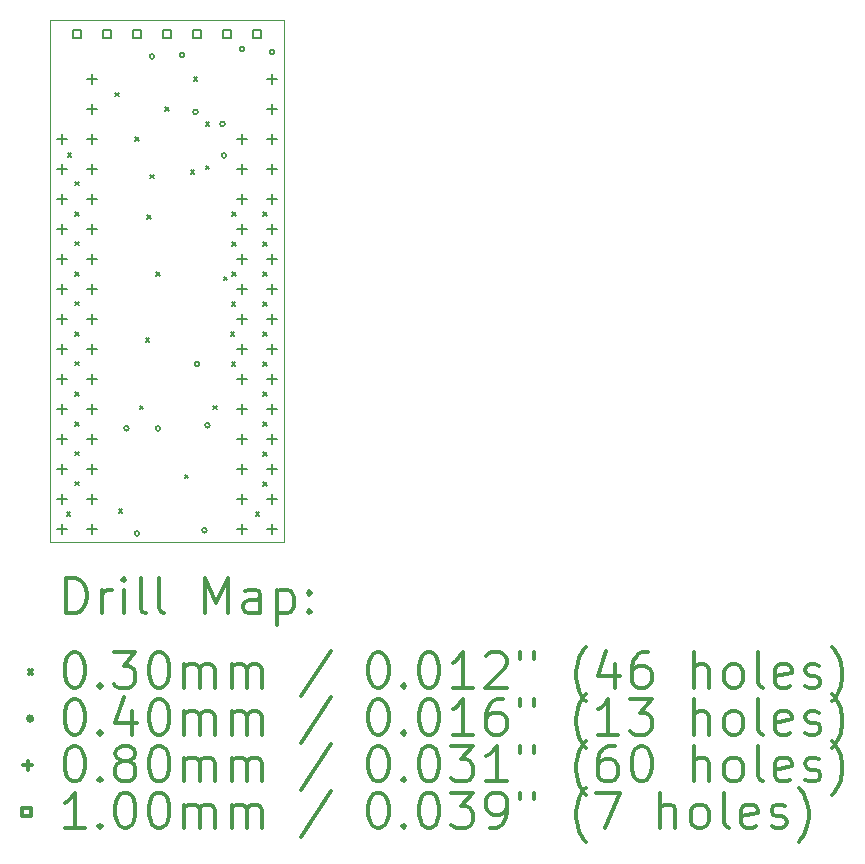
<source format=gbr>
%FSLAX45Y45*%
G04 Gerber Fmt 4.5, Leading zero omitted, Abs format (unit mm)*
G04 Created by KiCad (PCBNEW (5.1.5)-3) date 2020-05-12 21:47:37*
%MOMM*%
%LPD*%
G04 APERTURE LIST*
%TA.AperFunction,Profile*%
%ADD10C,0.050000*%
%TD*%
%ADD11C,0.200000*%
%ADD12C,0.300000*%
G04 APERTURE END LIST*
D10*
X13614400Y-12560300D02*
X13614400Y-8140700D01*
X15595600Y-12560300D02*
X13614400Y-12560300D01*
X15595600Y-8140700D02*
X15595600Y-12560300D01*
X13614400Y-8140700D02*
X15595600Y-8140700D01*
D11*
X13754968Y-12304628D02*
X13784968Y-12334628D01*
X13784968Y-12304628D02*
X13754968Y-12334628D01*
X13764500Y-9263620D02*
X13794500Y-9293620D01*
X13794500Y-9263620D02*
X13764500Y-9293620D01*
X13828000Y-9507460D02*
X13858000Y-9537460D01*
X13858000Y-9507460D02*
X13828000Y-9537460D01*
X13828000Y-9764000D02*
X13858000Y-9794000D01*
X13858000Y-9764000D02*
X13828000Y-9794000D01*
X13828000Y-10015460D02*
X13858000Y-10045460D01*
X13858000Y-10015460D02*
X13828000Y-10045460D01*
X13828000Y-10272000D02*
X13858000Y-10302000D01*
X13858000Y-10272000D02*
X13828000Y-10302000D01*
X13828000Y-10523460D02*
X13858000Y-10553460D01*
X13858000Y-10523460D02*
X13828000Y-10553460D01*
X13828000Y-10780000D02*
X13858000Y-10810000D01*
X13858000Y-10780000D02*
X13828000Y-10810000D01*
X13828000Y-11031460D02*
X13858000Y-11061460D01*
X13858000Y-11031460D02*
X13828000Y-11061460D01*
X13828000Y-11288000D02*
X13858000Y-11318000D01*
X13858000Y-11288000D02*
X13828000Y-11318000D01*
X13828000Y-11544540D02*
X13858000Y-11574540D01*
X13858000Y-11544540D02*
X13828000Y-11574540D01*
X13828000Y-11793460D02*
X13858000Y-11823460D01*
X13858000Y-11793460D02*
X13828000Y-11823460D01*
X13828000Y-12044920D02*
X13858000Y-12074920D01*
X13858000Y-12044920D02*
X13828000Y-12074920D01*
X14167000Y-8751900D02*
X14197000Y-8781900D01*
X14197000Y-8751900D02*
X14167000Y-8781900D01*
X14196300Y-12278600D02*
X14226300Y-12308600D01*
X14226300Y-12278600D02*
X14196300Y-12308600D01*
X14336000Y-9129000D02*
X14366000Y-9159000D01*
X14366000Y-9129000D02*
X14336000Y-9159000D01*
X14374100Y-11402300D02*
X14404100Y-11432300D01*
X14404100Y-11402300D02*
X14374100Y-11432300D01*
X14424900Y-10830800D02*
X14454900Y-10860800D01*
X14454900Y-10830800D02*
X14424900Y-10860800D01*
X14437600Y-9789400D02*
X14467600Y-9819400D01*
X14467600Y-9789400D02*
X14437600Y-9819400D01*
X14463000Y-9446500D02*
X14493000Y-9476500D01*
X14493000Y-9446500D02*
X14463000Y-9476500D01*
X14513800Y-10272000D02*
X14543800Y-10302000D01*
X14543800Y-10272000D02*
X14513800Y-10302000D01*
X14590000Y-8875000D02*
X14620000Y-8905000D01*
X14620000Y-8875000D02*
X14590000Y-8905000D01*
X14755100Y-11986500D02*
X14785100Y-12016500D01*
X14785100Y-11986500D02*
X14755100Y-12016500D01*
X14805900Y-9408400D02*
X14835900Y-9438400D01*
X14835900Y-9408400D02*
X14805900Y-9438400D01*
X14831300Y-8621000D02*
X14861300Y-8651000D01*
X14861300Y-8621000D02*
X14831300Y-8651000D01*
X14932900Y-9002000D02*
X14962900Y-9032000D01*
X14962900Y-9002000D02*
X14932900Y-9032000D01*
X14932900Y-9370300D02*
X14962900Y-9400300D01*
X14962900Y-9370300D02*
X14932900Y-9400300D01*
X14996400Y-11402300D02*
X15026400Y-11432300D01*
X15026400Y-11402300D02*
X14996400Y-11432300D01*
X15085300Y-10310100D02*
X15115300Y-10340100D01*
X15115300Y-10310100D02*
X15085300Y-10340100D01*
X15146260Y-10780000D02*
X15176260Y-10810000D01*
X15176260Y-10780000D02*
X15146260Y-10810000D01*
X15151340Y-11034000D02*
X15181340Y-11064000D01*
X15181340Y-11034000D02*
X15151340Y-11064000D01*
X15153880Y-10526000D02*
X15183880Y-10556000D01*
X15183880Y-10526000D02*
X15153880Y-10556000D01*
X15158960Y-9764000D02*
X15188960Y-9794000D01*
X15188960Y-9764000D02*
X15158960Y-9794000D01*
X15158960Y-10018000D02*
X15188960Y-10048000D01*
X15188960Y-10018000D02*
X15158960Y-10048000D01*
X15158960Y-10272000D02*
X15188960Y-10302000D01*
X15188960Y-10272000D02*
X15158960Y-10302000D01*
X15354540Y-12306540D02*
X15384540Y-12336540D01*
X15384540Y-12306540D02*
X15354540Y-12336540D01*
X15418040Y-9764000D02*
X15448040Y-9794000D01*
X15448040Y-9764000D02*
X15418040Y-9794000D01*
X15418040Y-10018000D02*
X15448040Y-10048000D01*
X15448040Y-10018000D02*
X15418040Y-10048000D01*
X15418040Y-10272000D02*
X15448040Y-10302000D01*
X15448040Y-10272000D02*
X15418040Y-10302000D01*
X15418040Y-10526000D02*
X15448040Y-10556000D01*
X15448040Y-10526000D02*
X15418040Y-10556000D01*
X15418040Y-10780000D02*
X15448040Y-10810000D01*
X15448040Y-10780000D02*
X15418040Y-10810000D01*
X15418040Y-11034000D02*
X15448040Y-11064000D01*
X15448040Y-11034000D02*
X15418040Y-11064000D01*
X15418040Y-11288000D02*
X15448040Y-11318000D01*
X15448040Y-11288000D02*
X15418040Y-11318000D01*
X15418040Y-11542000D02*
X15448040Y-11572000D01*
X15448040Y-11542000D02*
X15418040Y-11572000D01*
X15420580Y-11796000D02*
X15450580Y-11826000D01*
X15450580Y-11796000D02*
X15420580Y-11826000D01*
X15420580Y-12050000D02*
X15450580Y-12080000D01*
X15450580Y-12050000D02*
X15420580Y-12080000D01*
X14282100Y-11595100D02*
G75*
G03X14282100Y-11595100I-20000J0D01*
G01*
X14371000Y-12484100D02*
G75*
G03X14371000Y-12484100I-20000J0D01*
G01*
X14498000Y-8445500D02*
G75*
G03X14498000Y-8445500I-20000J0D01*
G01*
X14548800Y-11595100D02*
G75*
G03X14548800Y-11595100I-20000J0D01*
G01*
X14752000Y-8432800D02*
G75*
G03X14752000Y-8432800I-20000J0D01*
G01*
X14866300Y-8915400D02*
G75*
G03X14866300Y-8915400I-20000J0D01*
G01*
X14880000Y-11048000D02*
G75*
G03X14880000Y-11048000I-20000J0D01*
G01*
X14942500Y-12458700D02*
G75*
G03X14942500Y-12458700I-20000J0D01*
G01*
X14967900Y-11569700D02*
G75*
G03X14967900Y-11569700I-20000J0D01*
G01*
X15094900Y-9017000D02*
G75*
G03X15094900Y-9017000I-20000J0D01*
G01*
X15107600Y-9283700D02*
G75*
G03X15107600Y-9283700I-20000J0D01*
G01*
X15260000Y-8382000D02*
G75*
G03X15260000Y-8382000I-20000J0D01*
G01*
X15514000Y-8407400D02*
G75*
G03X15514000Y-8407400I-20000J0D01*
G01*
X13716000Y-9104000D02*
X13716000Y-9184000D01*
X13676000Y-9144000D02*
X13756000Y-9144000D01*
X13716000Y-9358000D02*
X13716000Y-9438000D01*
X13676000Y-9398000D02*
X13756000Y-9398000D01*
X13716000Y-9612000D02*
X13716000Y-9692000D01*
X13676000Y-9652000D02*
X13756000Y-9652000D01*
X13716000Y-9866000D02*
X13716000Y-9946000D01*
X13676000Y-9906000D02*
X13756000Y-9906000D01*
X13716000Y-10120000D02*
X13716000Y-10200000D01*
X13676000Y-10160000D02*
X13756000Y-10160000D01*
X13716000Y-10374000D02*
X13716000Y-10454000D01*
X13676000Y-10414000D02*
X13756000Y-10414000D01*
X13716000Y-10628000D02*
X13716000Y-10708000D01*
X13676000Y-10668000D02*
X13756000Y-10668000D01*
X13716000Y-10882000D02*
X13716000Y-10962000D01*
X13676000Y-10922000D02*
X13756000Y-10922000D01*
X13716000Y-11136000D02*
X13716000Y-11216000D01*
X13676000Y-11176000D02*
X13756000Y-11176000D01*
X13716000Y-11390000D02*
X13716000Y-11470000D01*
X13676000Y-11430000D02*
X13756000Y-11430000D01*
X13716000Y-11644000D02*
X13716000Y-11724000D01*
X13676000Y-11684000D02*
X13756000Y-11684000D01*
X13716000Y-11898000D02*
X13716000Y-11978000D01*
X13676000Y-11938000D02*
X13756000Y-11938000D01*
X13716000Y-12152000D02*
X13716000Y-12232000D01*
X13676000Y-12192000D02*
X13756000Y-12192000D01*
X13716000Y-12406000D02*
X13716000Y-12486000D01*
X13676000Y-12446000D02*
X13756000Y-12446000D01*
X15240000Y-9104000D02*
X15240000Y-9184000D01*
X15200000Y-9144000D02*
X15280000Y-9144000D01*
X15240000Y-9358000D02*
X15240000Y-9438000D01*
X15200000Y-9398000D02*
X15280000Y-9398000D01*
X15240000Y-9612000D02*
X15240000Y-9692000D01*
X15200000Y-9652000D02*
X15280000Y-9652000D01*
X15240000Y-9866000D02*
X15240000Y-9946000D01*
X15200000Y-9906000D02*
X15280000Y-9906000D01*
X15240000Y-10120000D02*
X15240000Y-10200000D01*
X15200000Y-10160000D02*
X15280000Y-10160000D01*
X15240000Y-10374000D02*
X15240000Y-10454000D01*
X15200000Y-10414000D02*
X15280000Y-10414000D01*
X15240000Y-10628000D02*
X15240000Y-10708000D01*
X15200000Y-10668000D02*
X15280000Y-10668000D01*
X15240000Y-10882000D02*
X15240000Y-10962000D01*
X15200000Y-10922000D02*
X15280000Y-10922000D01*
X15240000Y-11136000D02*
X15240000Y-11216000D01*
X15200000Y-11176000D02*
X15280000Y-11176000D01*
X15240000Y-11390000D02*
X15240000Y-11470000D01*
X15200000Y-11430000D02*
X15280000Y-11430000D01*
X15240000Y-11644000D02*
X15240000Y-11724000D01*
X15200000Y-11684000D02*
X15280000Y-11684000D01*
X15240000Y-11898000D02*
X15240000Y-11978000D01*
X15200000Y-11938000D02*
X15280000Y-11938000D01*
X15240000Y-12152000D02*
X15240000Y-12232000D01*
X15200000Y-12192000D02*
X15280000Y-12192000D01*
X15240000Y-12406000D02*
X15240000Y-12486000D01*
X15200000Y-12446000D02*
X15280000Y-12446000D01*
X13970000Y-8596000D02*
X13970000Y-8676000D01*
X13930000Y-8636000D02*
X14010000Y-8636000D01*
X13970000Y-8850000D02*
X13970000Y-8930000D01*
X13930000Y-8890000D02*
X14010000Y-8890000D01*
X13970000Y-9104000D02*
X13970000Y-9184000D01*
X13930000Y-9144000D02*
X14010000Y-9144000D01*
X13970000Y-9358000D02*
X13970000Y-9438000D01*
X13930000Y-9398000D02*
X14010000Y-9398000D01*
X13970000Y-9612000D02*
X13970000Y-9692000D01*
X13930000Y-9652000D02*
X14010000Y-9652000D01*
X13970000Y-9866000D02*
X13970000Y-9946000D01*
X13930000Y-9906000D02*
X14010000Y-9906000D01*
X13970000Y-10120000D02*
X13970000Y-10200000D01*
X13930000Y-10160000D02*
X14010000Y-10160000D01*
X13970000Y-10374000D02*
X13970000Y-10454000D01*
X13930000Y-10414000D02*
X14010000Y-10414000D01*
X13970000Y-10628000D02*
X13970000Y-10708000D01*
X13930000Y-10668000D02*
X14010000Y-10668000D01*
X13970000Y-10882000D02*
X13970000Y-10962000D01*
X13930000Y-10922000D02*
X14010000Y-10922000D01*
X13970000Y-11136000D02*
X13970000Y-11216000D01*
X13930000Y-11176000D02*
X14010000Y-11176000D01*
X13970000Y-11390000D02*
X13970000Y-11470000D01*
X13930000Y-11430000D02*
X14010000Y-11430000D01*
X13970000Y-11644000D02*
X13970000Y-11724000D01*
X13930000Y-11684000D02*
X14010000Y-11684000D01*
X13970000Y-11898000D02*
X13970000Y-11978000D01*
X13930000Y-11938000D02*
X14010000Y-11938000D01*
X13970000Y-12152000D02*
X13970000Y-12232000D01*
X13930000Y-12192000D02*
X14010000Y-12192000D01*
X13970000Y-12406000D02*
X13970000Y-12486000D01*
X13930000Y-12446000D02*
X14010000Y-12446000D01*
X15494000Y-8596000D02*
X15494000Y-8676000D01*
X15454000Y-8636000D02*
X15534000Y-8636000D01*
X15494000Y-8850000D02*
X15494000Y-8930000D01*
X15454000Y-8890000D02*
X15534000Y-8890000D01*
X15494000Y-9104000D02*
X15494000Y-9184000D01*
X15454000Y-9144000D02*
X15534000Y-9144000D01*
X15494000Y-9358000D02*
X15494000Y-9438000D01*
X15454000Y-9398000D02*
X15534000Y-9398000D01*
X15494000Y-9612000D02*
X15494000Y-9692000D01*
X15454000Y-9652000D02*
X15534000Y-9652000D01*
X15494000Y-9866000D02*
X15494000Y-9946000D01*
X15454000Y-9906000D02*
X15534000Y-9906000D01*
X15494000Y-10120000D02*
X15494000Y-10200000D01*
X15454000Y-10160000D02*
X15534000Y-10160000D01*
X15494000Y-10374000D02*
X15494000Y-10454000D01*
X15454000Y-10414000D02*
X15534000Y-10414000D01*
X15494000Y-10628000D02*
X15494000Y-10708000D01*
X15454000Y-10668000D02*
X15534000Y-10668000D01*
X15494000Y-10882000D02*
X15494000Y-10962000D01*
X15454000Y-10922000D02*
X15534000Y-10922000D01*
X15494000Y-11136000D02*
X15494000Y-11216000D01*
X15454000Y-11176000D02*
X15534000Y-11176000D01*
X15494000Y-11390000D02*
X15494000Y-11470000D01*
X15454000Y-11430000D02*
X15534000Y-11430000D01*
X15494000Y-11644000D02*
X15494000Y-11724000D01*
X15454000Y-11684000D02*
X15534000Y-11684000D01*
X15494000Y-11898000D02*
X15494000Y-11978000D01*
X15454000Y-11938000D02*
X15534000Y-11938000D01*
X15494000Y-12152000D02*
X15494000Y-12232000D01*
X15454000Y-12192000D02*
X15534000Y-12192000D01*
X15494000Y-12406000D02*
X15494000Y-12486000D01*
X15454000Y-12446000D02*
X15534000Y-12446000D01*
X13878356Y-8290356D02*
X13878356Y-8219644D01*
X13807644Y-8219644D01*
X13807644Y-8290356D01*
X13878356Y-8290356D01*
X14132356Y-8290356D02*
X14132356Y-8219644D01*
X14061644Y-8219644D01*
X14061644Y-8290356D01*
X14132356Y-8290356D01*
X14386356Y-8290356D02*
X14386356Y-8219644D01*
X14315644Y-8219644D01*
X14315644Y-8290356D01*
X14386356Y-8290356D01*
X14640356Y-8290356D02*
X14640356Y-8219644D01*
X14569644Y-8219644D01*
X14569644Y-8290356D01*
X14640356Y-8290356D01*
X14894356Y-8290356D02*
X14894356Y-8219644D01*
X14823644Y-8219644D01*
X14823644Y-8290356D01*
X14894356Y-8290356D01*
X15148356Y-8290356D02*
X15148356Y-8219644D01*
X15077644Y-8219644D01*
X15077644Y-8290356D01*
X15148356Y-8290356D01*
X15402356Y-8290356D02*
X15402356Y-8219644D01*
X15331644Y-8219644D01*
X15331644Y-8290356D01*
X15402356Y-8290356D01*
D12*
X13752428Y-13161714D02*
X13752428Y-12861714D01*
X13823857Y-12861714D01*
X13866714Y-12876000D01*
X13895286Y-12904571D01*
X13909571Y-12933143D01*
X13923857Y-12990286D01*
X13923857Y-13033143D01*
X13909571Y-13090286D01*
X13895286Y-13118857D01*
X13866714Y-13147428D01*
X13823857Y-13161714D01*
X13752428Y-13161714D01*
X14052428Y-13161714D02*
X14052428Y-12961714D01*
X14052428Y-13018857D02*
X14066714Y-12990286D01*
X14081000Y-12976000D01*
X14109571Y-12961714D01*
X14138143Y-12961714D01*
X14238143Y-13161714D02*
X14238143Y-12961714D01*
X14238143Y-12861714D02*
X14223857Y-12876000D01*
X14238143Y-12890286D01*
X14252428Y-12876000D01*
X14238143Y-12861714D01*
X14238143Y-12890286D01*
X14423857Y-13161714D02*
X14395286Y-13147428D01*
X14381000Y-13118857D01*
X14381000Y-12861714D01*
X14581000Y-13161714D02*
X14552428Y-13147428D01*
X14538143Y-13118857D01*
X14538143Y-12861714D01*
X14923857Y-13161714D02*
X14923857Y-12861714D01*
X15023857Y-13076000D01*
X15123857Y-12861714D01*
X15123857Y-13161714D01*
X15395286Y-13161714D02*
X15395286Y-13004571D01*
X15381000Y-12976000D01*
X15352428Y-12961714D01*
X15295286Y-12961714D01*
X15266714Y-12976000D01*
X15395286Y-13147428D02*
X15366714Y-13161714D01*
X15295286Y-13161714D01*
X15266714Y-13147428D01*
X15252428Y-13118857D01*
X15252428Y-13090286D01*
X15266714Y-13061714D01*
X15295286Y-13047428D01*
X15366714Y-13047428D01*
X15395286Y-13033143D01*
X15538143Y-12961714D02*
X15538143Y-13261714D01*
X15538143Y-12976000D02*
X15566714Y-12961714D01*
X15623857Y-12961714D01*
X15652428Y-12976000D01*
X15666714Y-12990286D01*
X15681000Y-13018857D01*
X15681000Y-13104571D01*
X15666714Y-13133143D01*
X15652428Y-13147428D01*
X15623857Y-13161714D01*
X15566714Y-13161714D01*
X15538143Y-13147428D01*
X15809571Y-13133143D02*
X15823857Y-13147428D01*
X15809571Y-13161714D01*
X15795286Y-13147428D01*
X15809571Y-13133143D01*
X15809571Y-13161714D01*
X15809571Y-12976000D02*
X15823857Y-12990286D01*
X15809571Y-13004571D01*
X15795286Y-12990286D01*
X15809571Y-12976000D01*
X15809571Y-13004571D01*
X13436000Y-13641000D02*
X13466000Y-13671000D01*
X13466000Y-13641000D02*
X13436000Y-13671000D01*
X13809571Y-13491714D02*
X13838143Y-13491714D01*
X13866714Y-13506000D01*
X13881000Y-13520286D01*
X13895286Y-13548857D01*
X13909571Y-13606000D01*
X13909571Y-13677428D01*
X13895286Y-13734571D01*
X13881000Y-13763143D01*
X13866714Y-13777428D01*
X13838143Y-13791714D01*
X13809571Y-13791714D01*
X13781000Y-13777428D01*
X13766714Y-13763143D01*
X13752428Y-13734571D01*
X13738143Y-13677428D01*
X13738143Y-13606000D01*
X13752428Y-13548857D01*
X13766714Y-13520286D01*
X13781000Y-13506000D01*
X13809571Y-13491714D01*
X14038143Y-13763143D02*
X14052428Y-13777428D01*
X14038143Y-13791714D01*
X14023857Y-13777428D01*
X14038143Y-13763143D01*
X14038143Y-13791714D01*
X14152428Y-13491714D02*
X14338143Y-13491714D01*
X14238143Y-13606000D01*
X14281000Y-13606000D01*
X14309571Y-13620286D01*
X14323857Y-13634571D01*
X14338143Y-13663143D01*
X14338143Y-13734571D01*
X14323857Y-13763143D01*
X14309571Y-13777428D01*
X14281000Y-13791714D01*
X14195286Y-13791714D01*
X14166714Y-13777428D01*
X14152428Y-13763143D01*
X14523857Y-13491714D02*
X14552428Y-13491714D01*
X14581000Y-13506000D01*
X14595286Y-13520286D01*
X14609571Y-13548857D01*
X14623857Y-13606000D01*
X14623857Y-13677428D01*
X14609571Y-13734571D01*
X14595286Y-13763143D01*
X14581000Y-13777428D01*
X14552428Y-13791714D01*
X14523857Y-13791714D01*
X14495286Y-13777428D01*
X14481000Y-13763143D01*
X14466714Y-13734571D01*
X14452428Y-13677428D01*
X14452428Y-13606000D01*
X14466714Y-13548857D01*
X14481000Y-13520286D01*
X14495286Y-13506000D01*
X14523857Y-13491714D01*
X14752428Y-13791714D02*
X14752428Y-13591714D01*
X14752428Y-13620286D02*
X14766714Y-13606000D01*
X14795286Y-13591714D01*
X14838143Y-13591714D01*
X14866714Y-13606000D01*
X14881000Y-13634571D01*
X14881000Y-13791714D01*
X14881000Y-13634571D02*
X14895286Y-13606000D01*
X14923857Y-13591714D01*
X14966714Y-13591714D01*
X14995286Y-13606000D01*
X15009571Y-13634571D01*
X15009571Y-13791714D01*
X15152428Y-13791714D02*
X15152428Y-13591714D01*
X15152428Y-13620286D02*
X15166714Y-13606000D01*
X15195286Y-13591714D01*
X15238143Y-13591714D01*
X15266714Y-13606000D01*
X15281000Y-13634571D01*
X15281000Y-13791714D01*
X15281000Y-13634571D02*
X15295286Y-13606000D01*
X15323857Y-13591714D01*
X15366714Y-13591714D01*
X15395286Y-13606000D01*
X15409571Y-13634571D01*
X15409571Y-13791714D01*
X15995286Y-13477428D02*
X15738143Y-13863143D01*
X16381000Y-13491714D02*
X16409571Y-13491714D01*
X16438143Y-13506000D01*
X16452428Y-13520286D01*
X16466714Y-13548857D01*
X16481000Y-13606000D01*
X16481000Y-13677428D01*
X16466714Y-13734571D01*
X16452428Y-13763143D01*
X16438143Y-13777428D01*
X16409571Y-13791714D01*
X16381000Y-13791714D01*
X16352428Y-13777428D01*
X16338143Y-13763143D01*
X16323857Y-13734571D01*
X16309571Y-13677428D01*
X16309571Y-13606000D01*
X16323857Y-13548857D01*
X16338143Y-13520286D01*
X16352428Y-13506000D01*
X16381000Y-13491714D01*
X16609571Y-13763143D02*
X16623857Y-13777428D01*
X16609571Y-13791714D01*
X16595286Y-13777428D01*
X16609571Y-13763143D01*
X16609571Y-13791714D01*
X16809571Y-13491714D02*
X16838143Y-13491714D01*
X16866714Y-13506000D01*
X16881000Y-13520286D01*
X16895286Y-13548857D01*
X16909571Y-13606000D01*
X16909571Y-13677428D01*
X16895286Y-13734571D01*
X16881000Y-13763143D01*
X16866714Y-13777428D01*
X16838143Y-13791714D01*
X16809571Y-13791714D01*
X16781000Y-13777428D01*
X16766714Y-13763143D01*
X16752428Y-13734571D01*
X16738143Y-13677428D01*
X16738143Y-13606000D01*
X16752428Y-13548857D01*
X16766714Y-13520286D01*
X16781000Y-13506000D01*
X16809571Y-13491714D01*
X17195286Y-13791714D02*
X17023857Y-13791714D01*
X17109571Y-13791714D02*
X17109571Y-13491714D01*
X17081000Y-13534571D01*
X17052429Y-13563143D01*
X17023857Y-13577428D01*
X17309571Y-13520286D02*
X17323857Y-13506000D01*
X17352429Y-13491714D01*
X17423857Y-13491714D01*
X17452429Y-13506000D01*
X17466714Y-13520286D01*
X17481000Y-13548857D01*
X17481000Y-13577428D01*
X17466714Y-13620286D01*
X17295286Y-13791714D01*
X17481000Y-13791714D01*
X17595286Y-13491714D02*
X17595286Y-13548857D01*
X17709571Y-13491714D02*
X17709571Y-13548857D01*
X18152429Y-13906000D02*
X18138143Y-13891714D01*
X18109571Y-13848857D01*
X18095286Y-13820286D01*
X18081000Y-13777428D01*
X18066714Y-13706000D01*
X18066714Y-13648857D01*
X18081000Y-13577428D01*
X18095286Y-13534571D01*
X18109571Y-13506000D01*
X18138143Y-13463143D01*
X18152429Y-13448857D01*
X18395286Y-13591714D02*
X18395286Y-13791714D01*
X18323857Y-13477428D02*
X18252429Y-13691714D01*
X18438143Y-13691714D01*
X18681000Y-13491714D02*
X18623857Y-13491714D01*
X18595286Y-13506000D01*
X18581000Y-13520286D01*
X18552429Y-13563143D01*
X18538143Y-13620286D01*
X18538143Y-13734571D01*
X18552429Y-13763143D01*
X18566714Y-13777428D01*
X18595286Y-13791714D01*
X18652429Y-13791714D01*
X18681000Y-13777428D01*
X18695286Y-13763143D01*
X18709571Y-13734571D01*
X18709571Y-13663143D01*
X18695286Y-13634571D01*
X18681000Y-13620286D01*
X18652429Y-13606000D01*
X18595286Y-13606000D01*
X18566714Y-13620286D01*
X18552429Y-13634571D01*
X18538143Y-13663143D01*
X19066714Y-13791714D02*
X19066714Y-13491714D01*
X19195286Y-13791714D02*
X19195286Y-13634571D01*
X19181000Y-13606000D01*
X19152429Y-13591714D01*
X19109571Y-13591714D01*
X19081000Y-13606000D01*
X19066714Y-13620286D01*
X19381000Y-13791714D02*
X19352429Y-13777428D01*
X19338143Y-13763143D01*
X19323857Y-13734571D01*
X19323857Y-13648857D01*
X19338143Y-13620286D01*
X19352429Y-13606000D01*
X19381000Y-13591714D01*
X19423857Y-13591714D01*
X19452429Y-13606000D01*
X19466714Y-13620286D01*
X19481000Y-13648857D01*
X19481000Y-13734571D01*
X19466714Y-13763143D01*
X19452429Y-13777428D01*
X19423857Y-13791714D01*
X19381000Y-13791714D01*
X19652429Y-13791714D02*
X19623857Y-13777428D01*
X19609571Y-13748857D01*
X19609571Y-13491714D01*
X19881000Y-13777428D02*
X19852429Y-13791714D01*
X19795286Y-13791714D01*
X19766714Y-13777428D01*
X19752429Y-13748857D01*
X19752429Y-13634571D01*
X19766714Y-13606000D01*
X19795286Y-13591714D01*
X19852429Y-13591714D01*
X19881000Y-13606000D01*
X19895286Y-13634571D01*
X19895286Y-13663143D01*
X19752429Y-13691714D01*
X20009571Y-13777428D02*
X20038143Y-13791714D01*
X20095286Y-13791714D01*
X20123857Y-13777428D01*
X20138143Y-13748857D01*
X20138143Y-13734571D01*
X20123857Y-13706000D01*
X20095286Y-13691714D01*
X20052429Y-13691714D01*
X20023857Y-13677428D01*
X20009571Y-13648857D01*
X20009571Y-13634571D01*
X20023857Y-13606000D01*
X20052429Y-13591714D01*
X20095286Y-13591714D01*
X20123857Y-13606000D01*
X20238143Y-13906000D02*
X20252429Y-13891714D01*
X20281000Y-13848857D01*
X20295286Y-13820286D01*
X20309571Y-13777428D01*
X20323857Y-13706000D01*
X20323857Y-13648857D01*
X20309571Y-13577428D01*
X20295286Y-13534571D01*
X20281000Y-13506000D01*
X20252429Y-13463143D01*
X20238143Y-13448857D01*
X13466000Y-14052000D02*
G75*
G03X13466000Y-14052000I-20000J0D01*
G01*
X13809571Y-13887714D02*
X13838143Y-13887714D01*
X13866714Y-13902000D01*
X13881000Y-13916286D01*
X13895286Y-13944857D01*
X13909571Y-14002000D01*
X13909571Y-14073428D01*
X13895286Y-14130571D01*
X13881000Y-14159143D01*
X13866714Y-14173428D01*
X13838143Y-14187714D01*
X13809571Y-14187714D01*
X13781000Y-14173428D01*
X13766714Y-14159143D01*
X13752428Y-14130571D01*
X13738143Y-14073428D01*
X13738143Y-14002000D01*
X13752428Y-13944857D01*
X13766714Y-13916286D01*
X13781000Y-13902000D01*
X13809571Y-13887714D01*
X14038143Y-14159143D02*
X14052428Y-14173428D01*
X14038143Y-14187714D01*
X14023857Y-14173428D01*
X14038143Y-14159143D01*
X14038143Y-14187714D01*
X14309571Y-13987714D02*
X14309571Y-14187714D01*
X14238143Y-13873428D02*
X14166714Y-14087714D01*
X14352428Y-14087714D01*
X14523857Y-13887714D02*
X14552428Y-13887714D01*
X14581000Y-13902000D01*
X14595286Y-13916286D01*
X14609571Y-13944857D01*
X14623857Y-14002000D01*
X14623857Y-14073428D01*
X14609571Y-14130571D01*
X14595286Y-14159143D01*
X14581000Y-14173428D01*
X14552428Y-14187714D01*
X14523857Y-14187714D01*
X14495286Y-14173428D01*
X14481000Y-14159143D01*
X14466714Y-14130571D01*
X14452428Y-14073428D01*
X14452428Y-14002000D01*
X14466714Y-13944857D01*
X14481000Y-13916286D01*
X14495286Y-13902000D01*
X14523857Y-13887714D01*
X14752428Y-14187714D02*
X14752428Y-13987714D01*
X14752428Y-14016286D02*
X14766714Y-14002000D01*
X14795286Y-13987714D01*
X14838143Y-13987714D01*
X14866714Y-14002000D01*
X14881000Y-14030571D01*
X14881000Y-14187714D01*
X14881000Y-14030571D02*
X14895286Y-14002000D01*
X14923857Y-13987714D01*
X14966714Y-13987714D01*
X14995286Y-14002000D01*
X15009571Y-14030571D01*
X15009571Y-14187714D01*
X15152428Y-14187714D02*
X15152428Y-13987714D01*
X15152428Y-14016286D02*
X15166714Y-14002000D01*
X15195286Y-13987714D01*
X15238143Y-13987714D01*
X15266714Y-14002000D01*
X15281000Y-14030571D01*
X15281000Y-14187714D01*
X15281000Y-14030571D02*
X15295286Y-14002000D01*
X15323857Y-13987714D01*
X15366714Y-13987714D01*
X15395286Y-14002000D01*
X15409571Y-14030571D01*
X15409571Y-14187714D01*
X15995286Y-13873428D02*
X15738143Y-14259143D01*
X16381000Y-13887714D02*
X16409571Y-13887714D01*
X16438143Y-13902000D01*
X16452428Y-13916286D01*
X16466714Y-13944857D01*
X16481000Y-14002000D01*
X16481000Y-14073428D01*
X16466714Y-14130571D01*
X16452428Y-14159143D01*
X16438143Y-14173428D01*
X16409571Y-14187714D01*
X16381000Y-14187714D01*
X16352428Y-14173428D01*
X16338143Y-14159143D01*
X16323857Y-14130571D01*
X16309571Y-14073428D01*
X16309571Y-14002000D01*
X16323857Y-13944857D01*
X16338143Y-13916286D01*
X16352428Y-13902000D01*
X16381000Y-13887714D01*
X16609571Y-14159143D02*
X16623857Y-14173428D01*
X16609571Y-14187714D01*
X16595286Y-14173428D01*
X16609571Y-14159143D01*
X16609571Y-14187714D01*
X16809571Y-13887714D02*
X16838143Y-13887714D01*
X16866714Y-13902000D01*
X16881000Y-13916286D01*
X16895286Y-13944857D01*
X16909571Y-14002000D01*
X16909571Y-14073428D01*
X16895286Y-14130571D01*
X16881000Y-14159143D01*
X16866714Y-14173428D01*
X16838143Y-14187714D01*
X16809571Y-14187714D01*
X16781000Y-14173428D01*
X16766714Y-14159143D01*
X16752428Y-14130571D01*
X16738143Y-14073428D01*
X16738143Y-14002000D01*
X16752428Y-13944857D01*
X16766714Y-13916286D01*
X16781000Y-13902000D01*
X16809571Y-13887714D01*
X17195286Y-14187714D02*
X17023857Y-14187714D01*
X17109571Y-14187714D02*
X17109571Y-13887714D01*
X17081000Y-13930571D01*
X17052429Y-13959143D01*
X17023857Y-13973428D01*
X17452429Y-13887714D02*
X17395286Y-13887714D01*
X17366714Y-13902000D01*
X17352429Y-13916286D01*
X17323857Y-13959143D01*
X17309571Y-14016286D01*
X17309571Y-14130571D01*
X17323857Y-14159143D01*
X17338143Y-14173428D01*
X17366714Y-14187714D01*
X17423857Y-14187714D01*
X17452429Y-14173428D01*
X17466714Y-14159143D01*
X17481000Y-14130571D01*
X17481000Y-14059143D01*
X17466714Y-14030571D01*
X17452429Y-14016286D01*
X17423857Y-14002000D01*
X17366714Y-14002000D01*
X17338143Y-14016286D01*
X17323857Y-14030571D01*
X17309571Y-14059143D01*
X17595286Y-13887714D02*
X17595286Y-13944857D01*
X17709571Y-13887714D02*
X17709571Y-13944857D01*
X18152429Y-14302000D02*
X18138143Y-14287714D01*
X18109571Y-14244857D01*
X18095286Y-14216286D01*
X18081000Y-14173428D01*
X18066714Y-14102000D01*
X18066714Y-14044857D01*
X18081000Y-13973428D01*
X18095286Y-13930571D01*
X18109571Y-13902000D01*
X18138143Y-13859143D01*
X18152429Y-13844857D01*
X18423857Y-14187714D02*
X18252429Y-14187714D01*
X18338143Y-14187714D02*
X18338143Y-13887714D01*
X18309571Y-13930571D01*
X18281000Y-13959143D01*
X18252429Y-13973428D01*
X18523857Y-13887714D02*
X18709571Y-13887714D01*
X18609571Y-14002000D01*
X18652429Y-14002000D01*
X18681000Y-14016286D01*
X18695286Y-14030571D01*
X18709571Y-14059143D01*
X18709571Y-14130571D01*
X18695286Y-14159143D01*
X18681000Y-14173428D01*
X18652429Y-14187714D01*
X18566714Y-14187714D01*
X18538143Y-14173428D01*
X18523857Y-14159143D01*
X19066714Y-14187714D02*
X19066714Y-13887714D01*
X19195286Y-14187714D02*
X19195286Y-14030571D01*
X19181000Y-14002000D01*
X19152429Y-13987714D01*
X19109571Y-13987714D01*
X19081000Y-14002000D01*
X19066714Y-14016286D01*
X19381000Y-14187714D02*
X19352429Y-14173428D01*
X19338143Y-14159143D01*
X19323857Y-14130571D01*
X19323857Y-14044857D01*
X19338143Y-14016286D01*
X19352429Y-14002000D01*
X19381000Y-13987714D01*
X19423857Y-13987714D01*
X19452429Y-14002000D01*
X19466714Y-14016286D01*
X19481000Y-14044857D01*
X19481000Y-14130571D01*
X19466714Y-14159143D01*
X19452429Y-14173428D01*
X19423857Y-14187714D01*
X19381000Y-14187714D01*
X19652429Y-14187714D02*
X19623857Y-14173428D01*
X19609571Y-14144857D01*
X19609571Y-13887714D01*
X19881000Y-14173428D02*
X19852429Y-14187714D01*
X19795286Y-14187714D01*
X19766714Y-14173428D01*
X19752429Y-14144857D01*
X19752429Y-14030571D01*
X19766714Y-14002000D01*
X19795286Y-13987714D01*
X19852429Y-13987714D01*
X19881000Y-14002000D01*
X19895286Y-14030571D01*
X19895286Y-14059143D01*
X19752429Y-14087714D01*
X20009571Y-14173428D02*
X20038143Y-14187714D01*
X20095286Y-14187714D01*
X20123857Y-14173428D01*
X20138143Y-14144857D01*
X20138143Y-14130571D01*
X20123857Y-14102000D01*
X20095286Y-14087714D01*
X20052429Y-14087714D01*
X20023857Y-14073428D01*
X20009571Y-14044857D01*
X20009571Y-14030571D01*
X20023857Y-14002000D01*
X20052429Y-13987714D01*
X20095286Y-13987714D01*
X20123857Y-14002000D01*
X20238143Y-14302000D02*
X20252429Y-14287714D01*
X20281000Y-14244857D01*
X20295286Y-14216286D01*
X20309571Y-14173428D01*
X20323857Y-14102000D01*
X20323857Y-14044857D01*
X20309571Y-13973428D01*
X20295286Y-13930571D01*
X20281000Y-13902000D01*
X20252429Y-13859143D01*
X20238143Y-13844857D01*
X13426000Y-14408000D02*
X13426000Y-14488000D01*
X13386000Y-14448000D02*
X13466000Y-14448000D01*
X13809571Y-14283714D02*
X13838143Y-14283714D01*
X13866714Y-14298000D01*
X13881000Y-14312286D01*
X13895286Y-14340857D01*
X13909571Y-14398000D01*
X13909571Y-14469428D01*
X13895286Y-14526571D01*
X13881000Y-14555143D01*
X13866714Y-14569428D01*
X13838143Y-14583714D01*
X13809571Y-14583714D01*
X13781000Y-14569428D01*
X13766714Y-14555143D01*
X13752428Y-14526571D01*
X13738143Y-14469428D01*
X13738143Y-14398000D01*
X13752428Y-14340857D01*
X13766714Y-14312286D01*
X13781000Y-14298000D01*
X13809571Y-14283714D01*
X14038143Y-14555143D02*
X14052428Y-14569428D01*
X14038143Y-14583714D01*
X14023857Y-14569428D01*
X14038143Y-14555143D01*
X14038143Y-14583714D01*
X14223857Y-14412286D02*
X14195286Y-14398000D01*
X14181000Y-14383714D01*
X14166714Y-14355143D01*
X14166714Y-14340857D01*
X14181000Y-14312286D01*
X14195286Y-14298000D01*
X14223857Y-14283714D01*
X14281000Y-14283714D01*
X14309571Y-14298000D01*
X14323857Y-14312286D01*
X14338143Y-14340857D01*
X14338143Y-14355143D01*
X14323857Y-14383714D01*
X14309571Y-14398000D01*
X14281000Y-14412286D01*
X14223857Y-14412286D01*
X14195286Y-14426571D01*
X14181000Y-14440857D01*
X14166714Y-14469428D01*
X14166714Y-14526571D01*
X14181000Y-14555143D01*
X14195286Y-14569428D01*
X14223857Y-14583714D01*
X14281000Y-14583714D01*
X14309571Y-14569428D01*
X14323857Y-14555143D01*
X14338143Y-14526571D01*
X14338143Y-14469428D01*
X14323857Y-14440857D01*
X14309571Y-14426571D01*
X14281000Y-14412286D01*
X14523857Y-14283714D02*
X14552428Y-14283714D01*
X14581000Y-14298000D01*
X14595286Y-14312286D01*
X14609571Y-14340857D01*
X14623857Y-14398000D01*
X14623857Y-14469428D01*
X14609571Y-14526571D01*
X14595286Y-14555143D01*
X14581000Y-14569428D01*
X14552428Y-14583714D01*
X14523857Y-14583714D01*
X14495286Y-14569428D01*
X14481000Y-14555143D01*
X14466714Y-14526571D01*
X14452428Y-14469428D01*
X14452428Y-14398000D01*
X14466714Y-14340857D01*
X14481000Y-14312286D01*
X14495286Y-14298000D01*
X14523857Y-14283714D01*
X14752428Y-14583714D02*
X14752428Y-14383714D01*
X14752428Y-14412286D02*
X14766714Y-14398000D01*
X14795286Y-14383714D01*
X14838143Y-14383714D01*
X14866714Y-14398000D01*
X14881000Y-14426571D01*
X14881000Y-14583714D01*
X14881000Y-14426571D02*
X14895286Y-14398000D01*
X14923857Y-14383714D01*
X14966714Y-14383714D01*
X14995286Y-14398000D01*
X15009571Y-14426571D01*
X15009571Y-14583714D01*
X15152428Y-14583714D02*
X15152428Y-14383714D01*
X15152428Y-14412286D02*
X15166714Y-14398000D01*
X15195286Y-14383714D01*
X15238143Y-14383714D01*
X15266714Y-14398000D01*
X15281000Y-14426571D01*
X15281000Y-14583714D01*
X15281000Y-14426571D02*
X15295286Y-14398000D01*
X15323857Y-14383714D01*
X15366714Y-14383714D01*
X15395286Y-14398000D01*
X15409571Y-14426571D01*
X15409571Y-14583714D01*
X15995286Y-14269428D02*
X15738143Y-14655143D01*
X16381000Y-14283714D02*
X16409571Y-14283714D01*
X16438143Y-14298000D01*
X16452428Y-14312286D01*
X16466714Y-14340857D01*
X16481000Y-14398000D01*
X16481000Y-14469428D01*
X16466714Y-14526571D01*
X16452428Y-14555143D01*
X16438143Y-14569428D01*
X16409571Y-14583714D01*
X16381000Y-14583714D01*
X16352428Y-14569428D01*
X16338143Y-14555143D01*
X16323857Y-14526571D01*
X16309571Y-14469428D01*
X16309571Y-14398000D01*
X16323857Y-14340857D01*
X16338143Y-14312286D01*
X16352428Y-14298000D01*
X16381000Y-14283714D01*
X16609571Y-14555143D02*
X16623857Y-14569428D01*
X16609571Y-14583714D01*
X16595286Y-14569428D01*
X16609571Y-14555143D01*
X16609571Y-14583714D01*
X16809571Y-14283714D02*
X16838143Y-14283714D01*
X16866714Y-14298000D01*
X16881000Y-14312286D01*
X16895286Y-14340857D01*
X16909571Y-14398000D01*
X16909571Y-14469428D01*
X16895286Y-14526571D01*
X16881000Y-14555143D01*
X16866714Y-14569428D01*
X16838143Y-14583714D01*
X16809571Y-14583714D01*
X16781000Y-14569428D01*
X16766714Y-14555143D01*
X16752428Y-14526571D01*
X16738143Y-14469428D01*
X16738143Y-14398000D01*
X16752428Y-14340857D01*
X16766714Y-14312286D01*
X16781000Y-14298000D01*
X16809571Y-14283714D01*
X17009571Y-14283714D02*
X17195286Y-14283714D01*
X17095286Y-14398000D01*
X17138143Y-14398000D01*
X17166714Y-14412286D01*
X17181000Y-14426571D01*
X17195286Y-14455143D01*
X17195286Y-14526571D01*
X17181000Y-14555143D01*
X17166714Y-14569428D01*
X17138143Y-14583714D01*
X17052429Y-14583714D01*
X17023857Y-14569428D01*
X17009571Y-14555143D01*
X17481000Y-14583714D02*
X17309571Y-14583714D01*
X17395286Y-14583714D02*
X17395286Y-14283714D01*
X17366714Y-14326571D01*
X17338143Y-14355143D01*
X17309571Y-14369428D01*
X17595286Y-14283714D02*
X17595286Y-14340857D01*
X17709571Y-14283714D02*
X17709571Y-14340857D01*
X18152429Y-14698000D02*
X18138143Y-14683714D01*
X18109571Y-14640857D01*
X18095286Y-14612286D01*
X18081000Y-14569428D01*
X18066714Y-14498000D01*
X18066714Y-14440857D01*
X18081000Y-14369428D01*
X18095286Y-14326571D01*
X18109571Y-14298000D01*
X18138143Y-14255143D01*
X18152429Y-14240857D01*
X18395286Y-14283714D02*
X18338143Y-14283714D01*
X18309571Y-14298000D01*
X18295286Y-14312286D01*
X18266714Y-14355143D01*
X18252429Y-14412286D01*
X18252429Y-14526571D01*
X18266714Y-14555143D01*
X18281000Y-14569428D01*
X18309571Y-14583714D01*
X18366714Y-14583714D01*
X18395286Y-14569428D01*
X18409571Y-14555143D01*
X18423857Y-14526571D01*
X18423857Y-14455143D01*
X18409571Y-14426571D01*
X18395286Y-14412286D01*
X18366714Y-14398000D01*
X18309571Y-14398000D01*
X18281000Y-14412286D01*
X18266714Y-14426571D01*
X18252429Y-14455143D01*
X18609571Y-14283714D02*
X18638143Y-14283714D01*
X18666714Y-14298000D01*
X18681000Y-14312286D01*
X18695286Y-14340857D01*
X18709571Y-14398000D01*
X18709571Y-14469428D01*
X18695286Y-14526571D01*
X18681000Y-14555143D01*
X18666714Y-14569428D01*
X18638143Y-14583714D01*
X18609571Y-14583714D01*
X18581000Y-14569428D01*
X18566714Y-14555143D01*
X18552429Y-14526571D01*
X18538143Y-14469428D01*
X18538143Y-14398000D01*
X18552429Y-14340857D01*
X18566714Y-14312286D01*
X18581000Y-14298000D01*
X18609571Y-14283714D01*
X19066714Y-14583714D02*
X19066714Y-14283714D01*
X19195286Y-14583714D02*
X19195286Y-14426571D01*
X19181000Y-14398000D01*
X19152429Y-14383714D01*
X19109571Y-14383714D01*
X19081000Y-14398000D01*
X19066714Y-14412286D01*
X19381000Y-14583714D02*
X19352429Y-14569428D01*
X19338143Y-14555143D01*
X19323857Y-14526571D01*
X19323857Y-14440857D01*
X19338143Y-14412286D01*
X19352429Y-14398000D01*
X19381000Y-14383714D01*
X19423857Y-14383714D01*
X19452429Y-14398000D01*
X19466714Y-14412286D01*
X19481000Y-14440857D01*
X19481000Y-14526571D01*
X19466714Y-14555143D01*
X19452429Y-14569428D01*
X19423857Y-14583714D01*
X19381000Y-14583714D01*
X19652429Y-14583714D02*
X19623857Y-14569428D01*
X19609571Y-14540857D01*
X19609571Y-14283714D01*
X19881000Y-14569428D02*
X19852429Y-14583714D01*
X19795286Y-14583714D01*
X19766714Y-14569428D01*
X19752429Y-14540857D01*
X19752429Y-14426571D01*
X19766714Y-14398000D01*
X19795286Y-14383714D01*
X19852429Y-14383714D01*
X19881000Y-14398000D01*
X19895286Y-14426571D01*
X19895286Y-14455143D01*
X19752429Y-14483714D01*
X20009571Y-14569428D02*
X20038143Y-14583714D01*
X20095286Y-14583714D01*
X20123857Y-14569428D01*
X20138143Y-14540857D01*
X20138143Y-14526571D01*
X20123857Y-14498000D01*
X20095286Y-14483714D01*
X20052429Y-14483714D01*
X20023857Y-14469428D01*
X20009571Y-14440857D01*
X20009571Y-14426571D01*
X20023857Y-14398000D01*
X20052429Y-14383714D01*
X20095286Y-14383714D01*
X20123857Y-14398000D01*
X20238143Y-14698000D02*
X20252429Y-14683714D01*
X20281000Y-14640857D01*
X20295286Y-14612286D01*
X20309571Y-14569428D01*
X20323857Y-14498000D01*
X20323857Y-14440857D01*
X20309571Y-14369428D01*
X20295286Y-14326571D01*
X20281000Y-14298000D01*
X20252429Y-14255143D01*
X20238143Y-14240857D01*
X13451356Y-14879356D02*
X13451356Y-14808644D01*
X13380644Y-14808644D01*
X13380644Y-14879356D01*
X13451356Y-14879356D01*
X13909571Y-14979714D02*
X13738143Y-14979714D01*
X13823857Y-14979714D02*
X13823857Y-14679714D01*
X13795286Y-14722571D01*
X13766714Y-14751143D01*
X13738143Y-14765428D01*
X14038143Y-14951143D02*
X14052428Y-14965428D01*
X14038143Y-14979714D01*
X14023857Y-14965428D01*
X14038143Y-14951143D01*
X14038143Y-14979714D01*
X14238143Y-14679714D02*
X14266714Y-14679714D01*
X14295286Y-14694000D01*
X14309571Y-14708286D01*
X14323857Y-14736857D01*
X14338143Y-14794000D01*
X14338143Y-14865428D01*
X14323857Y-14922571D01*
X14309571Y-14951143D01*
X14295286Y-14965428D01*
X14266714Y-14979714D01*
X14238143Y-14979714D01*
X14209571Y-14965428D01*
X14195286Y-14951143D01*
X14181000Y-14922571D01*
X14166714Y-14865428D01*
X14166714Y-14794000D01*
X14181000Y-14736857D01*
X14195286Y-14708286D01*
X14209571Y-14694000D01*
X14238143Y-14679714D01*
X14523857Y-14679714D02*
X14552428Y-14679714D01*
X14581000Y-14694000D01*
X14595286Y-14708286D01*
X14609571Y-14736857D01*
X14623857Y-14794000D01*
X14623857Y-14865428D01*
X14609571Y-14922571D01*
X14595286Y-14951143D01*
X14581000Y-14965428D01*
X14552428Y-14979714D01*
X14523857Y-14979714D01*
X14495286Y-14965428D01*
X14481000Y-14951143D01*
X14466714Y-14922571D01*
X14452428Y-14865428D01*
X14452428Y-14794000D01*
X14466714Y-14736857D01*
X14481000Y-14708286D01*
X14495286Y-14694000D01*
X14523857Y-14679714D01*
X14752428Y-14979714D02*
X14752428Y-14779714D01*
X14752428Y-14808286D02*
X14766714Y-14794000D01*
X14795286Y-14779714D01*
X14838143Y-14779714D01*
X14866714Y-14794000D01*
X14881000Y-14822571D01*
X14881000Y-14979714D01*
X14881000Y-14822571D02*
X14895286Y-14794000D01*
X14923857Y-14779714D01*
X14966714Y-14779714D01*
X14995286Y-14794000D01*
X15009571Y-14822571D01*
X15009571Y-14979714D01*
X15152428Y-14979714D02*
X15152428Y-14779714D01*
X15152428Y-14808286D02*
X15166714Y-14794000D01*
X15195286Y-14779714D01*
X15238143Y-14779714D01*
X15266714Y-14794000D01*
X15281000Y-14822571D01*
X15281000Y-14979714D01*
X15281000Y-14822571D02*
X15295286Y-14794000D01*
X15323857Y-14779714D01*
X15366714Y-14779714D01*
X15395286Y-14794000D01*
X15409571Y-14822571D01*
X15409571Y-14979714D01*
X15995286Y-14665428D02*
X15738143Y-15051143D01*
X16381000Y-14679714D02*
X16409571Y-14679714D01*
X16438143Y-14694000D01*
X16452428Y-14708286D01*
X16466714Y-14736857D01*
X16481000Y-14794000D01*
X16481000Y-14865428D01*
X16466714Y-14922571D01*
X16452428Y-14951143D01*
X16438143Y-14965428D01*
X16409571Y-14979714D01*
X16381000Y-14979714D01*
X16352428Y-14965428D01*
X16338143Y-14951143D01*
X16323857Y-14922571D01*
X16309571Y-14865428D01*
X16309571Y-14794000D01*
X16323857Y-14736857D01*
X16338143Y-14708286D01*
X16352428Y-14694000D01*
X16381000Y-14679714D01*
X16609571Y-14951143D02*
X16623857Y-14965428D01*
X16609571Y-14979714D01*
X16595286Y-14965428D01*
X16609571Y-14951143D01*
X16609571Y-14979714D01*
X16809571Y-14679714D02*
X16838143Y-14679714D01*
X16866714Y-14694000D01*
X16881000Y-14708286D01*
X16895286Y-14736857D01*
X16909571Y-14794000D01*
X16909571Y-14865428D01*
X16895286Y-14922571D01*
X16881000Y-14951143D01*
X16866714Y-14965428D01*
X16838143Y-14979714D01*
X16809571Y-14979714D01*
X16781000Y-14965428D01*
X16766714Y-14951143D01*
X16752428Y-14922571D01*
X16738143Y-14865428D01*
X16738143Y-14794000D01*
X16752428Y-14736857D01*
X16766714Y-14708286D01*
X16781000Y-14694000D01*
X16809571Y-14679714D01*
X17009571Y-14679714D02*
X17195286Y-14679714D01*
X17095286Y-14794000D01*
X17138143Y-14794000D01*
X17166714Y-14808286D01*
X17181000Y-14822571D01*
X17195286Y-14851143D01*
X17195286Y-14922571D01*
X17181000Y-14951143D01*
X17166714Y-14965428D01*
X17138143Y-14979714D01*
X17052429Y-14979714D01*
X17023857Y-14965428D01*
X17009571Y-14951143D01*
X17338143Y-14979714D02*
X17395286Y-14979714D01*
X17423857Y-14965428D01*
X17438143Y-14951143D01*
X17466714Y-14908286D01*
X17481000Y-14851143D01*
X17481000Y-14736857D01*
X17466714Y-14708286D01*
X17452429Y-14694000D01*
X17423857Y-14679714D01*
X17366714Y-14679714D01*
X17338143Y-14694000D01*
X17323857Y-14708286D01*
X17309571Y-14736857D01*
X17309571Y-14808286D01*
X17323857Y-14836857D01*
X17338143Y-14851143D01*
X17366714Y-14865428D01*
X17423857Y-14865428D01*
X17452429Y-14851143D01*
X17466714Y-14836857D01*
X17481000Y-14808286D01*
X17595286Y-14679714D02*
X17595286Y-14736857D01*
X17709571Y-14679714D02*
X17709571Y-14736857D01*
X18152429Y-15094000D02*
X18138143Y-15079714D01*
X18109571Y-15036857D01*
X18095286Y-15008286D01*
X18081000Y-14965428D01*
X18066714Y-14894000D01*
X18066714Y-14836857D01*
X18081000Y-14765428D01*
X18095286Y-14722571D01*
X18109571Y-14694000D01*
X18138143Y-14651143D01*
X18152429Y-14636857D01*
X18238143Y-14679714D02*
X18438143Y-14679714D01*
X18309571Y-14979714D01*
X18781000Y-14979714D02*
X18781000Y-14679714D01*
X18909571Y-14979714D02*
X18909571Y-14822571D01*
X18895286Y-14794000D01*
X18866714Y-14779714D01*
X18823857Y-14779714D01*
X18795286Y-14794000D01*
X18781000Y-14808286D01*
X19095286Y-14979714D02*
X19066714Y-14965428D01*
X19052429Y-14951143D01*
X19038143Y-14922571D01*
X19038143Y-14836857D01*
X19052429Y-14808286D01*
X19066714Y-14794000D01*
X19095286Y-14779714D01*
X19138143Y-14779714D01*
X19166714Y-14794000D01*
X19181000Y-14808286D01*
X19195286Y-14836857D01*
X19195286Y-14922571D01*
X19181000Y-14951143D01*
X19166714Y-14965428D01*
X19138143Y-14979714D01*
X19095286Y-14979714D01*
X19366714Y-14979714D02*
X19338143Y-14965428D01*
X19323857Y-14936857D01*
X19323857Y-14679714D01*
X19595286Y-14965428D02*
X19566714Y-14979714D01*
X19509571Y-14979714D01*
X19481000Y-14965428D01*
X19466714Y-14936857D01*
X19466714Y-14822571D01*
X19481000Y-14794000D01*
X19509571Y-14779714D01*
X19566714Y-14779714D01*
X19595286Y-14794000D01*
X19609571Y-14822571D01*
X19609571Y-14851143D01*
X19466714Y-14879714D01*
X19723857Y-14965428D02*
X19752429Y-14979714D01*
X19809571Y-14979714D01*
X19838143Y-14965428D01*
X19852429Y-14936857D01*
X19852429Y-14922571D01*
X19838143Y-14894000D01*
X19809571Y-14879714D01*
X19766714Y-14879714D01*
X19738143Y-14865428D01*
X19723857Y-14836857D01*
X19723857Y-14822571D01*
X19738143Y-14794000D01*
X19766714Y-14779714D01*
X19809571Y-14779714D01*
X19838143Y-14794000D01*
X19952429Y-15094000D02*
X19966714Y-15079714D01*
X19995286Y-15036857D01*
X20009571Y-15008286D01*
X20023857Y-14965428D01*
X20038143Y-14894000D01*
X20038143Y-14836857D01*
X20023857Y-14765428D01*
X20009571Y-14722571D01*
X19995286Y-14694000D01*
X19966714Y-14651143D01*
X19952429Y-14636857D01*
M02*

</source>
